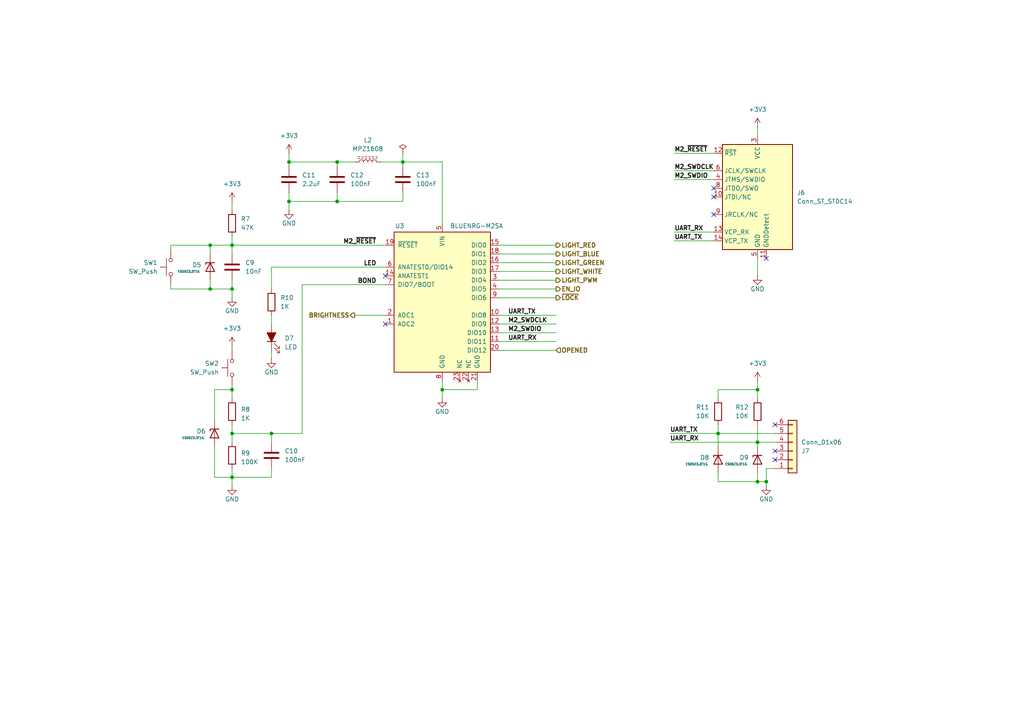
<source format=kicad_sch>
(kicad_sch (version 20231120) (generator "eeschema") (generator_version "8.0")
  (paper "A4")
  (title_block (title "Ble Smart Lock") (date "2024-05-18") (rev "v1.1") (company "antoine163"))
  (lib_symbols
    (symbol "AM163:BLUENRG-M2SA" (pin_names (offset 1.016))
      (property "Reference" "U" (at -13.97 24.13 0))
      (property "Value" "BLUENRG-M2SA" (at 10.16 24.13 0))
      (symbol "BLUENRG-M2SA_0_1"
        (rectangle (start -13.97 21.59) (end 13.97 -19.05) (stroke (width 0.254)) (fill (type background)))
      )
      (symbol "BLUENRG-M2SA_1_1"
        (pin input line (at -16.51 -5.08 0) (length 2.54) (name "ADC2") (number "1"))
        (pin bidirectional line (at 16.51 -2.54 180) (length 2.54) (name "DIO8") (number "10"))
        (pin bidirectional line (at 16.51 -10.16 180) (length 2.54) (name "DIO11") (number "11"))
        (pin bidirectional line (at 16.51 -5.08 180) (length 2.54) (name "DIO9") (number "12"))
        (pin bidirectional line (at 16.51 -7.62 180) (length 2.54) (name "DIO10") (number "13"))
        (pin output line (at -16.51 8.89 0) (length 2.54) (name "ANATEST1") (number "14"))
        (pin bidirectional line (at 16.51 17.78 180) (length 2.54) (name "DIO0") (number "15"))
        (pin bidirectional line (at 16.51 12.7 180) (length 2.54) (name "DIO2") (number "16"))
        (pin bidirectional line (at 16.51 10.16 180) (length 2.54) (name "DIO3") (number "17"))
        (pin bidirectional line (at 16.51 15.24 180) (length 2.54) (name "DIO1") (number "18"))
        (pin input line (at -16.51 17.78 0) (length 2.54) (name "~{RESET}") (number "19"))
        (pin input line (at -16.51 -2.54 0) (length 2.54) (name "ADC1") (number "2"))
        (pin bidirectional line (at 16.51 -12.7 180) (length 2.54) (name "DIO12") (number "20"))
        (pin power_in line (at 10.16 -21.59 90) (length 2.54) (name "GND") (number "21"))
        (pin no_connect line (at 7.62 -21.59 90) (length 2.54) (name "NC") (number "22"))
        (pin no_connect line (at 5.08 -21.59 90) (length 2.54) (name "NC") (number "23"))
        (pin bidirectional line (at 16.51 7.62 180) (length 2.54) (name "DIO4") (number "3"))
        (pin bidirectional line (at 16.51 5.08 180) (length 2.54) (name "DIO5") (number "4"))
        (pin power_in line (at 0 24.13 270) (length 2.54) (name "VIN") (number "5"))
        (pin bidirectional line (at -16.51 11.43 0) (length 2.54) (name "ANATEST0/DIO14") (number "6"))
        (pin bidirectional line (at -16.51 6.35 0) (length 2.54) (name "DIO7/BOOT") (number "7"))
        (pin power_in line (at 0 -21.59 90) (length 2.54) (name "GND") (number "8"))
        (pin bidirectional line (at 16.51 2.54 180) (length 2.54) (name "DIO6") (number "9"))
      )
    )
    (symbol "Connector:Conn_ST_STDC14"
      (property "Reference" "J" (at -8.89 16.51 0))
      (property "Value" "Conn_ST_STDC14" (at 17.78 16.51 0))
      (symbol "Conn_ST_STDC14_0_1"
        (rectangle (start -10.16 15.24) (end 10.16 -15.24) (stroke (width 0.254)) (fill (type background)))
      )
      (symbol "Conn_ST_STDC14_1_1"
        (pin no_connect line (at -10.16 5.08 0) (length 2.54) hide (name "NC") (number "1"))
        (pin output line (at 12.7 0 180) (length 2.54) (name "JTDI/NC") (number "10"))
        (pin passive line (at -2.54 -17.78 90) (length 2.54) (name "GNDDetect") (number "11"))
        (pin open_collector line (at 12.7 12.7 180) (length 2.54) (name "~{RST}") (number "12"))
        (pin output line (at 12.7 -10.16 180) (length 2.54) (name "VCP_RX") (number "13"))
        (pin input line (at 12.7 -12.7 180) (length 2.54) (name "VCP_TX") (number "14"))
        (pin no_connect line (at -10.16 2.54 0) (length 2.54) hide (name "NC") (number "2"))
        (pin power_in line (at 0 17.78 270) (length 2.54) (name "VCC") (number "3"))
        (pin bidirectional line (at 12.7 5.08 180) (length 2.54) (name "JTMS/SWDIO") (number "4"))
        (pin power_in line (at 0 -17.78 90) (length 2.54) (name "GND") (number "5"))
        (pin output line (at 12.7 7.62 180) (length 2.54) (name "JCLK/SWCLK") (number "6"))
        (pin passive line (at 0 -17.78 90) (length 2.54) hide (name "GND") (number "7"))
        (pin input line (at 12.7 2.54 180) (length 2.54) (name "JTDO/SWO") (number "8"))
        (pin input line (at 12.7 -5.08 180) (length 2.54) (name "JRCLK/NC") (number "9"))
      )
    )
    (symbol "Connector_Generic:Conn_01x06" (pin_names (offset 1.016) hide)
      (property "Reference" "J" (at 0 7.62 0))
      (property "Value" "Conn_01x06" (at 0 -10.16 0))
      (symbol "Conn_01x06_1_1"
        (rectangle (start -1.27 -7.493) (end 0 -7.747) (stroke (width 0.1524)))
        (rectangle (start -1.27 -4.953) (end 0 -5.207) (stroke (width 0.1524)))
        (rectangle (start -1.27 -2.413) (end 0 -2.667) (stroke (width 0.1524)))
        (rectangle (start -1.27 0.127) (end 0 -0.127) (stroke (width 0.1524)))
        (rectangle (start -1.27 2.667) (end 0 2.413) (stroke (width 0.1524)))
        (rectangle (start -1.27 5.207) (end 0 4.953) (stroke (width 0.1524)))
        (rectangle (start -1.27 6.35) (end 1.27 -8.89) (stroke (width 0.254)) (fill (type background)))
        (pin passive line (at -5.08 5.08 0) (length 3.81) (name "Pin_1") (number "1"))
        (pin passive line (at -5.08 2.54 0) (length 3.81) (name "Pin_2") (number "2"))
        (pin passive line (at -5.08 0 0) (length 3.81) (name "Pin_3") (number "3"))
        (pin passive line (at -5.08 -2.54 0) (length 3.81) (name "Pin_4") (number "4"))
        (pin passive line (at -5.08 -5.08 0) (length 3.81) (name "Pin_5") (number "5"))
        (pin passive line (at -5.08 -7.62 0) (length 3.81) (name "Pin_6") (number "6"))
      )
    )
    (symbol "Device:C" (pin_numbers hide) (pin_names (offset 0.254))
      (property "Reference" "C" (at 0.635 2.54 0))
      (property "Value" "C" (at 0.635 -2.54 0))
      (symbol "C_0_1"
        (polyline (pts (xy -2.032 -0.762) (xy 2.032 -0.762)) (stroke (width 0.508)))
        (polyline (pts (xy -2.032 0.762) (xy 2.032 0.762)) (stroke (width 0.508)))
      )
      (symbol "C_1_1"
        (pin passive line (at 0 3.81 270) (length 2.794) (name "~") (number "1"))
        (pin passive line (at 0 -3.81 90) (length 2.794) (name "~") (number "2"))
      )
    )
    (symbol "Device:LED_Filled" (pin_numbers hide) (pin_names (offset 1.016) hide)
      (property "Reference" "D" (at 0 2.54 0))
      (property "Value" "LED_Filled" (at 0 -2.54 0))
      (symbol "LED_Filled_0_1"
        (polyline (pts (xy -1.27 -1.27) (xy -1.27 1.27)) (stroke (width 0.254)))
        (polyline (pts (xy -1.27 0) (xy 1.27 0)))
        (polyline (pts (xy 1.27 -1.27) (xy 1.27 1.27) (xy -1.27 0) (xy 1.27 -1.27)) (stroke (width 0.254)) (fill (type outline)))
        (polyline (pts (xy -3.048 -0.762) (xy -4.572 -2.286) (xy -3.81 -2.286) (xy -4.572 -2.286) (xy -4.572 -1.524)))
        (polyline (pts (xy -1.778 -0.762) (xy -3.302 -2.286) (xy -2.54 -2.286) (xy -3.302 -2.286) (xy -3.302 -1.524)))
      )
      (symbol "LED_Filled_1_1"
        (pin passive line (at -3.81 0 0) (length 2.54) (name "K") (number "1"))
        (pin passive line (at 3.81 0 180) (length 2.54) (name "A") (number "2"))
      )
    )
    (symbol "Device:L_Ferrite" (pin_numbers hide) (pin_names (offset 1.016) hide)
      (property "Reference" "L" (at -1.27 0 90))
      (property "Value" "L_Ferrite" (at 2.794 0 90))
      (symbol "L_Ferrite_0_1"
        (arc (start 0 -2.54) (mid 0.6323 -1.905) (end 0 -1.27))
        (arc (start 0 -1.27) (mid 0.6323 -0.635) (end 0 0))
        (polyline (pts (xy 1.016 -2.794) (xy 1.016 -2.286)))
        (polyline (pts (xy 1.016 -1.778) (xy 1.016 -1.27)))
        (polyline (pts (xy 1.016 -0.762) (xy 1.016 -0.254)))
        (polyline (pts (xy 1.016 0.254) (xy 1.016 0.762)))
        (polyline (pts (xy 1.016 1.27) (xy 1.016 1.778)))
        (polyline (pts (xy 1.016 2.286) (xy 1.016 2.794)))
        (polyline (pts (xy 1.524 -2.286) (xy 1.524 -2.794)))
        (polyline (pts (xy 1.524 -1.27) (xy 1.524 -1.778)))
        (polyline (pts (xy 1.524 -0.254) (xy 1.524 -0.762)))
        (polyline (pts (xy 1.524 0.762) (xy 1.524 0.254)))
        (polyline (pts (xy 1.524 1.778) (xy 1.524 1.27)))
        (polyline (pts (xy 1.524 2.794) (xy 1.524 2.286)))
        (arc (start 0 0) (mid 0.6323 0.635) (end 0 1.27))
        (arc (start 0 1.27) (mid 0.6323 1.905) (end 0 2.54))
      )
      (symbol "L_Ferrite_1_1"
        (pin passive line (at 0 3.81 270) (length 1.27) (name "1") (number "1"))
        (pin passive line (at 0 -3.81 90) (length 1.27) (name "2") (number "2"))
      )
    )
    (symbol "Device:R" (pin_numbers hide) (pin_names (offset 0))
      (property "Reference" "R" (at 2.032 0 90))
      (property "Value" "R" (at 0 0 90))
      (symbol "R_0_1"
        (rectangle (start -1.016 -2.54) (end 1.016 2.54) (stroke (width 0.254)))
      )
      (symbol "R_1_1"
        (pin passive line (at 0 3.81 270) (length 1.27) (name "~") (number "1"))
        (pin passive line (at 0 -3.81 90) (length 1.27) (name "~") (number "2"))
      )
    )
    (symbol "Diode:ESD5Zxx" (pin_numbers hide) (pin_names hide)
      (property "Reference" "D" (at 0 2.54 0))
      (property "Value" "ESD5Zxx" (at 0 -2.54 0))
      (symbol "ESD5Zxx_0_1"
        (polyline (pts (xy 1.27 0) (xy -1.27 0)))
        (polyline (pts (xy -1.27 -1.27) (xy -1.27 1.27) (xy -0.762 1.27)) (stroke (width 0.254)))
        (polyline (pts (xy 1.27 -1.27) (xy 1.27 1.27) (xy -1.27 0) (xy 1.27 -1.27)) (stroke (width 0.254)))
      )
      (symbol "ESD5Zxx_1_1"
        (pin passive line (at -3.81 0 0) (length 2.54) (name "K") (number "1"))
        (pin passive line (at 3.81 0 180) (length 2.54) (name "A") (number "2"))
      )
    )
    (symbol "Switch:SW_Push" (pin_numbers hide) (pin_names (offset 1.016) hide)
      (property "Reference" "SW" (at 1.27 2.54 0))
      (property "Value" "SW_Push" (at 0 -1.524 0))
      (symbol "SW_Push_0_1"
        (circle (center -2.032 0) (radius 0.508))
        (polyline (pts (xy 0 1.27) (xy 0 3.048)))
        (polyline (pts (xy 2.54 1.27) (xy -2.54 1.27)))
        (circle (center 2.032 0) (radius 0.508))
        (pin passive line (at -5.08 0 0) (length 2.54) (name "1") (number "1"))
        (pin passive line (at 5.08 0 180) (length 2.54) (name "2") (number "2"))
      )
    )
    (symbol "power:+3V3" (power) (pin_numbers hide) (pin_names (offset 0) hide)
      (property "Value" "+3V3" (at 0 3.556 0))
      (symbol "+3V3_0_1"
        (polyline (pts (xy -0.762 1.27) (xy 0 2.54)))
        (polyline (pts (xy 0 0) (xy 0 2.54)))
        (polyline (pts (xy 0 2.54) (xy 0.762 1.27)))
      )
      (symbol "+3V3_1_1"
        (pin power_in line (at 0 0 90) (length 0) (name "~") (number "1"))
      )
    )
    (symbol "power:GND" (power) (pin_numbers hide) (pin_names (offset 0) hide)
      (property "Value" "GND" (at 0 -3.81 0))
      (symbol "GND_0_1"
        (polyline (pts (xy 0 0) (xy 0 -1.27) (xy 1.27 -1.27) (xy 0 -2.54) (xy -1.27 -1.27) (xy 0 -1.27)))
      )
      (symbol "GND_1_1"
        (pin power_in line (at 0 0 270) (length 0) (name "~") (number "1"))
      )
    )
    (symbol "power:PWR_FLAG" (power) (pin_numbers hide) (pin_names (offset 0) hide)
      (property "Value" "PWR_FLAG" (at 0 3.81 0))
      (symbol "PWR_FLAG_0_0"
        (pin power_out line (at 0 0 90) (length 0) (name "~") (number "1"))
      )
      (symbol "PWR_FLAG_0_1"
        (polyline (pts (xy 0 0) (xy 0 1.27) (xy -1.016 1.905) (xy 0 2.54) (xy 1.016 1.905) (xy 0 1.27)))
      )
    )
  )
  (junction (at 219.71 139.7))
  (junction (at 116.84 46.99))
  (junction (at 67.31 71.12))
  (junction (at 222.25 139.7))
  (junction (at 219.71 113.03))
  (junction (at 83.82 58.42))
  (junction (at 97.79 58.42))
  (junction (at 83.82 46.99))
  (junction (at 60.96 83.82))
  (junction (at 219.71 128.27))
  (junction (at 67.31 125.73))
  (junction (at 128.27 113.03))
  (junction (at 78.74 125.73))
  (junction (at 97.79 46.99))
  (junction (at 67.31 83.82))
  (junction (at 67.31 138.43))
  (junction (at 60.96 71.12))
  (junction (at 208.28 125.73))
  (junction (at 67.31 113.03))
  (no_connect (at 224.79 123.19))
  (no_connect (at 224.79 133.35))
  (no_connect (at 111.76 93.98))
  (no_connect (at 222.25 74.93))
  (no_connect (at 224.79 130.81))
  (no_connect (at 207.01 62.23))
  (no_connect (at 111.76 80.01))
  (no_connect (at 207.01 54.61))
  (no_connect (at 207.01 57.15))
  (wire (pts (xy 144.78 99.06) (xy 161.29 99.06)))
  (wire (pts (xy 194.31 125.73) (xy 208.28 125.73)))
  (wire (pts (xy 195.58 52.07) (xy 207.01 52.07)))
  (wire (pts (xy 144.78 101.6) (xy 161.29 101.6)))
  (wire (pts (xy 62.23 129.54) (xy 62.23 138.43)))
  (wire (pts (xy 219.71 123.19) (xy 219.71 128.27)))
  (wire (pts (xy 219.71 128.27) (xy 219.71 129.54)))
  (wire (pts (xy 144.78 81.28) (xy 161.29 81.28)))
  (wire (pts (xy 219.71 115.57) (xy 219.71 113.03)))
  (wire (pts (xy 144.78 93.98) (xy 161.29 93.98)))
  (wire (pts (xy 116.84 55.88) (xy 116.84 58.42)))
  (wire (pts (xy 195.58 44.45) (xy 207.01 44.45)))
  (wire (pts (xy 62.23 113.03) (xy 62.23 121.92)))
  (wire (pts (xy 97.79 46.99) (xy 97.79 48.26)))
  (wire (pts (xy 219.71 137.16) (xy 219.71 139.7)))
  (wire (pts (xy 208.28 113.03) (xy 219.71 113.03)))
  (wire (pts (xy 67.31 73.66) (xy 67.31 71.12)))
  (wire (pts (xy 78.74 135.89) (xy 78.74 138.43)))
  (wire (pts (xy 219.71 110.49) (xy 219.71 113.03)))
  (wire (pts (xy 110.49 46.99) (xy 116.84 46.99)))
  (wire (pts (xy 128.27 113.03) (xy 128.27 115.57)))
  (wire (pts (xy 116.84 58.42) (xy 97.79 58.42)))
  (wire (pts (xy 194.31 128.27) (xy 219.71 128.27)))
  (wire (pts (xy 83.82 58.42) (xy 97.79 58.42)))
  (wire (pts (xy 67.31 100.33) (xy 67.31 101.6)))
  (wire (pts (xy 219.71 74.93) (xy 219.71 80.01)))
  (wire (pts (xy 208.28 139.7) (xy 219.71 139.7)))
  (wire (pts (xy 83.82 48.26) (xy 83.82 46.99)))
  (wire (pts (xy 83.82 46.99) (xy 97.79 46.99)))
  (wire (pts (xy 144.78 83.82) (xy 161.29 83.82)))
  (wire (pts (xy 60.96 71.12) (xy 60.96 73.66)))
  (wire (pts (xy 62.23 138.43) (xy 67.31 138.43)))
  (wire (pts (xy 67.31 135.89) (xy 67.31 138.43)))
  (wire (pts (xy 144.78 78.74) (xy 161.29 78.74)))
  (wire (pts (xy 67.31 71.12) (xy 111.76 71.12)))
  (wire (pts (xy 219.71 139.7) (xy 222.25 139.7)))
  (wire (pts (xy 67.31 83.82) (xy 67.31 86.36)))
  (wire (pts (xy 49.53 83.82) (xy 60.96 83.82)))
  (wire (pts (xy 67.31 125.73) (xy 78.74 125.73)))
  (wire (pts (xy 67.31 125.73) (xy 67.31 128.27)))
  (wire (pts (xy 144.78 76.2) (xy 161.29 76.2)))
  (wire (pts (xy 208.28 113.03) (xy 208.28 115.57)))
  (wire (pts (xy 97.79 46.99) (xy 102.87 46.99)))
  (wire (pts (xy 116.84 46.99) (xy 116.84 48.26)))
  (wire (pts (xy 195.58 49.53) (xy 207.01 49.53)))
  (wire (pts (xy 208.28 125.73) (xy 224.79 125.73)))
  (wire (pts (xy 138.43 113.03) (xy 128.27 113.03)))
  (wire (pts (xy 195.58 67.31) (xy 207.01 67.31)))
  (wire (pts (xy 60.96 81.28) (xy 60.96 83.82)))
  (wire (pts (xy 208.28 137.16) (xy 208.28 139.7)))
  (wire (pts (xy 67.31 123.19) (xy 67.31 125.73)))
  (wire (pts (xy 208.28 125.73) (xy 208.28 129.54)))
  (wire (pts (xy 67.31 81.28) (xy 67.31 83.82)))
  (wire (pts (xy 49.53 83.82) (xy 49.53 82.55)))
  (wire (pts (xy 67.31 111.76) (xy 67.31 113.03)))
  (wire (pts (xy 78.74 91.44) (xy 78.74 93.98)))
  (wire (pts (xy 97.79 55.88) (xy 97.79 58.42)))
  (wire (pts (xy 78.74 101.6) (xy 78.74 104.14)))
  (wire (pts (xy 87.63 82.55) (xy 111.76 82.55)))
  (wire (pts (xy 224.79 135.89) (xy 222.25 135.89)))
  (wire (pts (xy 195.58 69.85) (xy 207.01 69.85)))
  (wire (pts (xy 49.53 72.39) (xy 49.53 71.12)))
  (wire (pts (xy 60.96 83.82) (xy 67.31 83.82)))
  (wire (pts (xy 116.84 44.45) (xy 116.84 46.99)))
  (wire (pts (xy 144.78 71.12) (xy 161.29 71.12)))
  (wire (pts (xy 78.74 125.73) (xy 87.63 125.73)))
  (wire (pts (xy 78.74 83.82) (xy 78.74 77.47)))
  (wire (pts (xy 67.31 113.03) (xy 67.31 115.57)))
  (wire (pts (xy 83.82 44.45) (xy 83.82 46.99)))
  (wire (pts (xy 128.27 46.99) (xy 128.27 64.77)))
  (wire (pts (xy 219.71 128.27) (xy 224.79 128.27)))
  (wire (pts (xy 144.78 73.66) (xy 161.29 73.66)))
  (wire (pts (xy 144.78 91.44) (xy 161.29 91.44)))
  (wire (pts (xy 78.74 138.43) (xy 67.31 138.43)))
  (wire (pts (xy 208.28 123.19) (xy 208.28 125.73)))
  (wire (pts (xy 219.71 36.83) (xy 219.71 39.37)))
  (wire (pts (xy 67.31 68.58) (xy 67.31 71.12)))
  (wire (pts (xy 116.84 46.99) (xy 128.27 46.99)))
  (wire (pts (xy 62.23 113.03) (xy 67.31 113.03)))
  (wire (pts (xy 60.96 71.12) (xy 67.31 71.12)))
  (wire (pts (xy 102.87 91.44) (xy 111.76 91.44)))
  (wire (pts (xy 222.25 135.89) (xy 222.25 139.7)))
  (wire (pts (xy 87.63 125.73) (xy 87.63 82.55)))
  (wire (pts (xy 144.78 96.52) (xy 161.29 96.52)))
  (wire (pts (xy 222.25 139.7) (xy 222.25 140.97)))
  (wire (pts (xy 67.31 58.42) (xy 67.31 60.96)))
  (wire (pts (xy 83.82 55.88) (xy 83.82 58.42)))
  (wire (pts (xy 144.78 86.36) (xy 161.29 86.36)))
  (wire (pts (xy 78.74 125.73) (xy 78.74 128.27)))
  (wire (pts (xy 67.31 138.43) (xy 67.31 140.97)))
  (wire (pts (xy 138.43 110.49) (xy 138.43 113.03)))
  (wire (pts (xy 78.74 77.47) (xy 111.76 77.47)))
  (wire (pts (xy 128.27 110.49) (xy 128.27 113.03)))
  (wire (pts (xy 49.53 71.12) (xy 60.96 71.12)))
  (wire (pts (xy 83.82 58.42) (xy 83.82 60.96)))
  (label "LED" (at 109.22 77.47 180) (effects (font (bold yes))))
  (label "UART_RX" (at 147.32 99.06 0) (effects (font (bold yes))))
  (label "M2_SWDIO" (at 195.58 52.07 0) (effects (font (bold yes))))
  (label "BOND" (at 109.22 82.55 180) (effects (font (bold yes))))
  (label "M2_~{RESET}" (at 195.58 44.45 0) (effects (font (bold yes))))
  (label "M2_~{RESET}" (at 109.22 71.12 180) (effects (font (bold yes))))
  (label "UART_RX" (at 195.58 67.31 0) (effects (font (bold yes))))
  (label "UART_TX" (at 195.58 69.85 0) (effects (font (bold yes))))
  (label "M2_SWDCLK" (at 147.32 93.98 0) (effects (font (bold yes))))
  (label "M2_SWDCLK" (at 195.58 49.53 0) (effects (font (bold yes))))
  (label "UART_TX" (at 147.32 91.44 0) (effects (font (bold yes))))
  (label "UART_RX" (at 194.31 128.27 0) (effects (font (bold yes))))
  (label "UART_TX" (at 194.31 125.73 0) (effects (font (bold yes))))
  (label "M2_SWDIO" (at 147.32 96.52 0) (effects (font (bold yes))))
  (hierarchical_label "LIGHT_WHITE" (shape output) (at 161.29 78.74 0) (effects (font (bold yes))))
  (hierarchical_label "LIGHT_RED" (shape output) (at 161.29 71.12 0) (effects (font (bold yes))))
  (hierarchical_label "LIGHT_BLUE" (shape output) (at 161.29 73.66 0) (effects (font (bold yes))))
  (hierarchical_label "EN_IO" (shape output) (at 161.29 83.82 0) (effects (font (bold yes))))
  (hierarchical_label "~{LOCK}" (shape output) (at 161.29 86.36 0) (effects (font (bold yes))))
  (hierarchical_label "BRIGHTNESS" (shape output) (at 102.87 91.44 180) (effects (font (bold yes))))
  (hierarchical_label "LIGHT_GREEN" (shape output) (at 161.29 76.2 0) (effects (font (bold yes))))
  (hierarchical_label "LIGHT_PWM" (shape output) (at 161.29 81.28 0) (effects (font (bold yes))))
  (hierarchical_label "OPENED" (shape input) (at 161.29 101.6 0) (effects (font (bold yes))))
  (symbol (lib_id "Connector_Generic:Conn_01x06") (at 229.87 130.81 0) (mirror x) (unit 1)
    (property "Reference" "J7" (at 232.41 130.81 0) (effects (justify left)))
    (property "Value" "Conn_01x06" (at 232.41 128.27 0) (effects (justify left)))
    (property "Footprint" "Connector_PinHeader_2.54mm:PinHeader_1x06_P2.54mm_Vertical" (effects (hide yes)))
    (property "Description" "Generic connector, single row, 01x06, script generated (kicad-library-utils/schlib/autogen/connector/)" (effects (hide yes)))
  )
  (symbol (lib_id "Diode:ESD5Zxx") (at 62.23 125.73 90) (mirror x) (unit 1)
    (property "Reference" "D6" (at 59.69 125.095 90) (effects (justify left)))
    (property "Value" "ESD5Z3.3T1G " (at 59.69 127 90) (effects (font (size 0.635 0.635)) (justify left)))
    (property "Footprint" "Diode_SMD:D_SOD-523" (effects (hide yes)))
    (property "Datasheet" "https://www.onsemi.com/pdf/datasheet/esd5z2.5t1-d.pdf" (effects (hide yes)))
    (property "Description" "ESD Protection Diode, SOD-523" (effects (hide yes)))
    (property "Vendor" "Onsemi:ESD5Z3.3T1G " (effects (hide yes)))
  )
  (symbol (lib_id "Device:R") (at 219.71 119.38 0) (mirror y) (unit 1)
    (property "Reference" "R12" (at 217.17 118.1099 0) (effects (justify left)))
    (property "Value" "10K" (at 217.17 120.6499 0) (effects (justify left)))
    (property "Footprint" "Resistor_SMD:R_0402_1005Metric_Pad0.72x0.64mm_HandSolder" (effects (hide yes)))
    (property "Description" "Resistor" (effects (hide yes)))
  )
  (symbol (lib_id "Device:L_Ferrite") (at 106.68 46.99 90) (unit 1)
    (property "Reference" "L2" (at 106.68 40.64 90))
    (property "Value" "MPZ1608" (at 106.68 43.18 90))
    (property "Footprint" "Inductor_SMD:L_0603_1608Metric_Pad1.05x0.95mm_HandSolder" (effects (hide yes)))
    (property "Description" "Inductor with ferrite core" (effects (hide yes)))
    (property "Vendor" "TDK:MPZ1608" (effects (hide yes)))
  )
  (symbol (lib_id "Device:C") (at 116.84 52.07 0) (unit 1)
    (property "Reference" "C13" (at 120.65 50.8 0) (effects (justify left)))
    (property "Value" "100nF" (at 120.65 53.34 0) (effects (justify left)))
    (property "Footprint" "Capacitor_SMD:C_0402_1005Metric_Pad0.74x0.62mm_HandSolder" (effects (hide yes)))
    (property "Description" "Unpolarized capacitor" (effects (hide yes)))
  )
  (symbol (lib_id "AM163:BLUENRG-M2SA") (at 128.27 88.9 0) (unit 1)
    (property "Reference" "U3" (at 114.554 65.532 0) (effects (justify left)))
    (property "Value" "BLUENRG-M2SA" (at 130.556 65.532 0) (effects (justify left)))
    (property "Footprint" "AM163:BLUENRG-M2SA" (effects (hide yes)))
    (property "Datasheet" "https://www.st.com/resource/en/datasheet/bluenrg-m2.pdf" (effects (hide yes)))
    (property "Description" "Bluetooth Module without antenna" (effects (hide yes)))
    (property "Vendor" "ST:BLUENRG-M2SA" (effects (hide yes)))
  )
  (symbol (lib_id "power:GND") (at 219.71 80.01 0) (unit 1)
    (property "Reference" "#PWR014" (effects (hide yes)))
    (property "Value" "GND" (at 219.71 83.82 0))
    (property "Description" "Power symbol creates a global label with name \"GND\" , ground" (effects (hide yes)))
  )
  (symbol (lib_id "power:+3V3") (at 219.71 110.49 0) (unit 1)
    (property "Reference" "#PWR015" (effects (hide yes)))
    (property "Value" "+3V3" (at 219.71 105.41 0))
    (property "Description" "Power symbol creates a global label with name \"+3V3\"" (effects (hide yes)))
  )
  (symbol (lib_id "power:GND") (at 128.27 115.57 0) (unit 1)
    (property "Reference" "#PWR012" (effects (hide yes)))
    (property "Value" "GND" (at 128.27 119.38 0))
    (property "Description" "Power symbol creates a global label with name \"GND\" , ground" (effects (hide yes)))
  )
  (symbol (lib_id "Device:R") (at 208.28 119.38 0) (mirror y) (unit 1)
    (property "Reference" "R11" (at 205.74 118.1099 0) (effects (justify left)))
    (property "Value" "10K" (at 205.74 120.6499 0) (effects (justify left)))
    (property "Footprint" "Resistor_SMD:R_0402_1005Metric_Pad0.72x0.64mm_HandSolder" (effects (hide yes)))
    (property "Description" "Resistor" (effects (hide yes)))
  )
  (symbol (lib_id "power:GND") (at 83.82 60.96 0) (unit 1)
    (property "Reference" "#PWR011" (effects (hide yes)))
    (property "Value" "GND" (at 83.82 64.77 0))
    (property "Description" "Power symbol creates a global label with name \"GND\" , ground" (effects (hide yes)))
  )
  (symbol (lib_id "Device:R") (at 67.31 119.38 0) (unit 1)
    (property "Reference" "R8" (at 69.85 118.745 0) (effects (justify left)))
    (property "Value" "1K" (at 69.85 121.285 0) (effects (justify left)))
    (property "Footprint" "Resistor_SMD:R_0402_1005Metric_Pad0.72x0.64mm_HandSolder" (effects (hide yes)))
    (property "Description" "Resistor" (effects (hide yes)))
  )
  (symbol (lib_id "power:GND") (at 67.31 140.97 0) (unit 1)
    (property "Reference" "#PWR08" (effects (hide yes)))
    (property "Value" "GND" (at 67.31 144.78 0))
    (property "Description" "Power symbol creates a global label with name \"GND\" , ground" (effects (hide yes)))
  )
  (symbol (lib_id "power:GND") (at 67.31 86.36 0) (unit 1)
    (property "Reference" "#PWR06" (effects (hide yes)))
    (property "Value" "GND" (at 67.31 90.17 0))
    (property "Description" "Power symbol creates a global label with name \"GND\" , ground" (effects (hide yes)))
  )
  (symbol (lib_id "Device:C") (at 67.31 77.47 0) (mirror y) (unit 1)
    (property "Reference" "C9" (at 71.12 76.2 0) (effects (justify right)))
    (property "Value" "10nF" (at 71.12 78.74 0) (effects (justify right)))
    (property "Footprint" "Capacitor_SMD:C_0402_1005Metric_Pad0.74x0.62mm_HandSolder" (effects (hide yes)))
    (property "Description" "Unpolarized capacitor" (effects (hide yes)))
  )
  (symbol (lib_id "power:+3V3") (at 83.82 44.45 0) (unit 1)
    (property "Reference" "#PWR010" (effects (hide yes)))
    (property "Value" "+3V3" (at 83.82 39.37 0))
    (property "Description" "Power symbol creates a global label with name \"+3V3\"" (effects (hide yes)))
  )
  (symbol (lib_id "Device:R") (at 78.74 87.63 0) (unit 1)
    (property "Reference" "R10" (at 81.28 86.36 0) (effects (justify left)))
    (property "Value" "1K" (at 81.28 88.9 0) (effects (justify left)))
    (property "Footprint" "Resistor_SMD:R_0402_1005Metric_Pad0.72x0.64mm_HandSolder" (effects (hide yes)))
    (property "Description" "Resistor" (effects (hide yes)))
  )
  (symbol (lib_id "Diode:ESD5Zxx") (at 60.96 77.47 90) (mirror x) (unit 1)
    (property "Reference" "D5" (at 58.42 76.835 90) (effects (justify left)))
    (property "Value" "ESD5Z3.3T1G " (at 58.42 78.74 90) (effects (font (size 0.635 0.635)) (justify left)))
    (property "Footprint" "Diode_SMD:D_SOD-523" (effects (hide yes)))
    (property "Datasheet" "https://www.onsemi.com/pdf/datasheet/esd5z2.5t1-d.pdf" (effects (hide yes)))
    (property "Description" "ESD Protection Diode, SOD-523" (effects (hide yes)))
    (property "Vendor" "Onsemi:ESD5Z3.3T1G " (effects (hide yes)))
  )
  (symbol (lib_id "power:+3V3") (at 219.71 36.83 0) (unit 1)
    (property "Reference" "#PWR013" (effects (hide yes)))
    (property "Value" "+3V3" (at 219.71 31.75 0))
    (property "Description" "Power symbol creates a global label with name \"+3V3\"" (effects (hide yes)))
  )
  (symbol (lib_id "Switch:SW_Push") (at 49.53 77.47 90) (mirror x) (unit 1)
    (property "Reference" "SW1" (at 45.72 76.2 90) (effects (justify left)))
    (property "Value" "SW_Push" (at 45.72 78.74 90) (effects (justify left)))
    (property "Footprint" "Button_Switch_SMD:SW_SPST_PTS645" (effects (hide yes)))
    (property "Description" "Push button switch, generic, two pins" (effects (hide yes)))
  )
  (symbol (lib_id "Device:LED_Filled") (at 78.74 97.79 90) (unit 1)
    (property "Reference" "D7" (at 82.55 98.1074 90) (effects (justify right)))
    (property "Value" "LED" (at 82.55 100.6474 90) (effects (justify right)))
    (property "Footprint" "LED_SMD:LED_0603_1608Metric_Pad1.05x0.95mm_HandSolder" (effects (hide yes)))
    (property "Description" "Light emitting diode, filled shape" (effects (hide yes)))
    (property "Vendor" "Wurth Elektronik:150060SS75000" (effects (hide yes)))
  )
  (symbol (lib_id "Device:C") (at 97.79 52.07 0) (unit 1)
    (property "Reference" "C12" (at 101.6 50.8 0) (effects (justify left)))
    (property "Value" "100nF" (at 101.6 53.34 0) (effects (justify left)))
    (property "Footprint" "Capacitor_SMD:C_0402_1005Metric_Pad0.74x0.62mm_HandSolder" (effects (hide yes)))
    (property "Description" "Unpolarized capacitor" (effects (hide yes)))
  )
  (symbol (lib_id "Diode:ESD5Zxx") (at 219.71 133.35 90) (mirror x) (unit 1)
    (property "Reference" "D9" (at 217.17 132.715 90) (effects (justify left)))
    (property "Value" "ESD5Z3.3T1G " (at 217.17 134.62 90) (effects (font (size 0.635 0.635)) (justify left)))
    (property "Footprint" "Diode_SMD:D_SOD-523" (effects (hide yes)))
    (property "Datasheet" "https://www.onsemi.com/pdf/datasheet/esd5z2.5t1-d.pdf" (effects (hide yes)))
    (property "Description" "ESD Protection Diode, SOD-523" (effects (hide yes)))
    (property "Vendor" "Onsemi:ESD5Z3.3T1G " (effects (hide yes)))
  )
  (symbol (lib_id "Diode:ESD5Zxx") (at 208.28 133.35 90) (mirror x) (unit 1)
    (property "Reference" "D8" (at 205.74 132.715 90) (effects (justify left)))
    (property "Value" "ESD5Z3.3T1G " (at 205.74 134.62 90) (effects (font (size 0.635 0.635)) (justify left)))
    (property "Footprint" "Diode_SMD:D_SOD-523" (effects (hide yes)))
    (property "Datasheet" "https://www.onsemi.com/pdf/datasheet/esd5z2.5t1-d.pdf" (effects (hide yes)))
    (property "Description" "ESD Protection Diode, SOD-523" (effects (hide yes)))
    (property "Vendor" "Onsemi:ESD5Z3.3T1G " (effects (hide yes)))
  )
  (symbol (lib_id "power:+3V3") (at 67.31 100.33 0) (mirror y) (unit 1)
    (property "Reference" "#PWR07" (effects (hide yes)))
    (property "Value" "+3V3" (at 67.31 95.25 0))
    (property "Description" "Power symbol creates a global label with name \"+3V3\"" (effects (hide yes)))
  )
  (symbol (lib_id "Device:R") (at 67.31 64.77 0) (mirror y) (unit 1)
    (property "Reference" "R7" (at 69.85 63.5 0) (effects (justify right)))
    (property "Value" "47K" (at 69.85 66.04 0) (effects (justify right)))
    (property "Footprint" "Resistor_SMD:R_0402_1005Metric_Pad0.72x0.64mm_HandSolder" (effects (hide yes)))
    (property "Description" "Resistor" (effects (hide yes)))
  )
  (symbol (lib_id "Switch:SW_Push") (at 67.31 106.68 90) (mirror x) (unit 1)
    (property "Reference" "SW2" (at 63.5 105.41 90) (effects (justify left)))
    (property "Value" "SW_Push" (at 63.5 107.95 90) (effects (justify left)))
    (property "Footprint" "Button_Switch_SMD:SW_SPST_PTS645" (effects (hide yes)))
    (property "Description" "Push button switch, generic, two pins" (effects (hide yes)))
  )
  (symbol (lib_id "power:PWR_FLAG") (at 116.84 44.45 0) (mirror y) (unit 1)
    (property "Reference" "#FLG04" (effects (hide yes)))
    (property "Value" "PWR_FLAG" (effects (hide yes)))
    (property "Description" "Special symbol for telling ERC where power comes from" (effects (hide yes)))
  )
  (symbol (lib_id "power:GND") (at 222.25 140.97 0) (unit 1)
    (property "Reference" "#PWR016" (effects (hide yes)))
    (property "Value" "GND" (at 222.25 144.78 0))
    (property "Description" "Power symbol creates a global label with name \"GND\" , ground" (effects (hide yes)))
  )
  (symbol (lib_id "Device:C") (at 78.74 132.08 0) (unit 1)
    (property "Reference" "C10" (at 82.55 130.81 0) (effects (justify left)))
    (property "Value" "100nF" (at 82.55 133.35 0) (effects (justify left)))
    (property "Footprint" "Capacitor_SMD:C_0402_1005Metric_Pad0.74x0.62mm_HandSolder" (effects (hide yes)))
    (property "Description" "Unpolarized capacitor" (effects (hide yes)))
  )
  (symbol (lib_id "Device:C") (at 83.82 52.07 0) (unit 1)
    (property "Reference" "C11" (at 87.63 50.7999 0) (effects (justify left)))
    (property "Value" "2.2uF" (at 87.63 53.3399 0) (effects (justify left)))
    (property "Footprint" "Capacitor_SMD:C_0603_1608Metric_Pad1.08x0.95mm_HandSolder" (effects (hide yes)))
    (property "Description" "Unpolarized capacitor" (effects (hide yes)))
  )
  (symbol (lib_id "power:+3V3") (at 67.31 58.42 0) (unit 1)
    (property "Reference" "#PWR05" (effects (hide yes)))
    (property "Value" "+3V3" (at 67.31 53.34 0))
    (property "Description" "Power symbol creates a global label with name \"+3V3\"" (effects (hide yes)))
  )
  (symbol (lib_id "power:GND") (at 78.74 104.14 0) (unit 1)
    (property "Reference" "#PWR09" (effects (hide yes)))
    (property "Value" "GND" (at 78.74 107.95 0))
    (property "Description" "Power symbol creates a global label with name \"GND\" , ground" (effects (hide yes)))
  )
  (symbol (lib_id "Connector:Conn_ST_STDC14") (at 219.71 57.15 0) (mirror y) (unit 1)
    (property "Reference" "J6" (at 231.14 55.88 0) (effects (justify right)))
    (property "Value" "Conn_ST_STDC14" (at 231.14 58.42 0) (effects (justify right)))
    (property "Footprint" "Connector_PinHeader_1.27mm:PinHeader_2x07_P1.27mm_Vertical_SMD" (effects (hide yes)))
    (property "Datasheet" "https://www.st.com/content/ccc/resource/technical/document/user_manual/group1/99/49/91/b6/b2/3a/46/e5/DM00526767/files/DM00526767.pdf/jcr:content/translations/en.DM00526767.pdf" (effects (hide yes)))
    (property "Description" "ST Debug Connector, standard ARM Cortex-M SWD and JTAG interface plus UART" (effects (hide yes)))
    (property "Vendor" " Amphenol:20021121-00014T4LF" (effects (hide yes)))
  )
  (symbol (lib_id "Device:R") (at 67.31 132.08 0) (unit 1)
    (property "Reference" "R9" (at 69.85 131.445 0) (effects (justify left)))
    (property "Value" "100K" (at 69.85 133.985 0) (effects (justify left)))
    (property "Footprint" "Resistor_SMD:R_0402_1005Metric_Pad0.72x0.64mm_HandSolder" (effects (hide yes)))
    (property "Description" "Resistor" (effects (hide yes)))
  )
)
</source>
